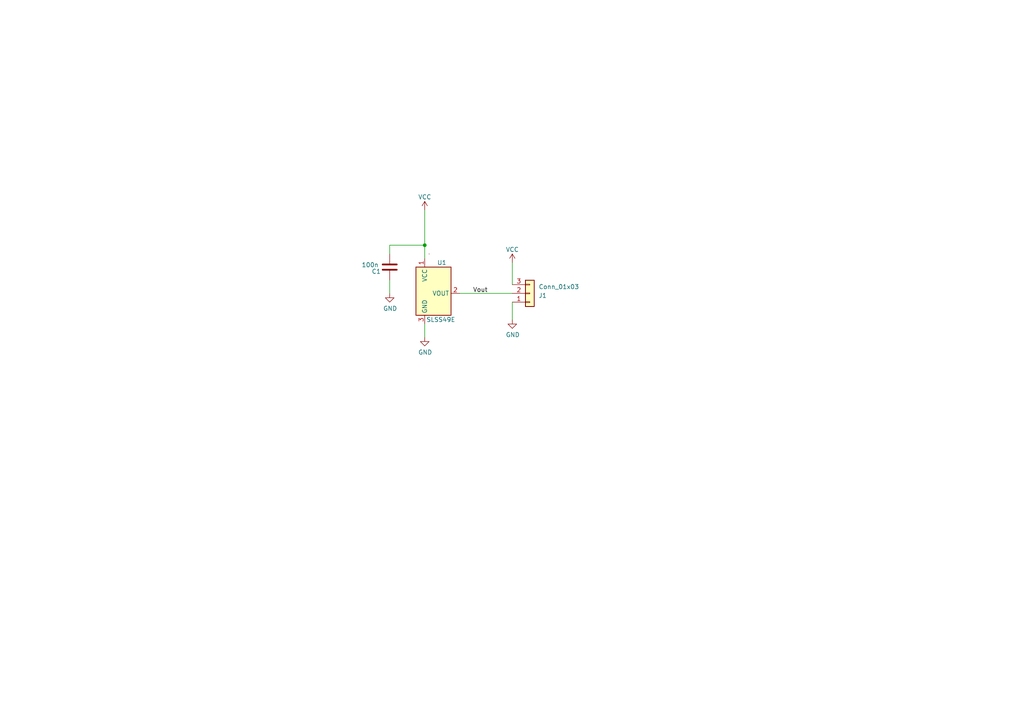
<source format=kicad_sch>
(kicad_sch (version 20230121) (generator eeschema)

  (uuid 1c4931b8-ce31-46e7-81b2-9cf79bd80c14)

  (paper "A4")

  (lib_symbols
    (symbol "Connector_Generic:Conn_01x03" (pin_names (offset 1.016) hide) (in_bom yes) (on_board yes)
      (property "Reference" "J" (at 0 5.08 0)
        (effects (font (size 1.27 1.27)))
      )
      (property "Value" "Conn_01x03" (at 0 -5.08 0)
        (effects (font (size 1.27 1.27)))
      )
      (property "Footprint" "" (at 0 0 0)
        (effects (font (size 1.27 1.27)) hide)
      )
      (property "Datasheet" "~" (at 0 0 0)
        (effects (font (size 1.27 1.27)) hide)
      )
      (property "ki_keywords" "connector" (at 0 0 0)
        (effects (font (size 1.27 1.27)) hide)
      )
      (property "ki_description" "Generic connector, single row, 01x03, script generated (kicad-library-utils/schlib/autogen/connector/)" (at 0 0 0)
        (effects (font (size 1.27 1.27)) hide)
      )
      (property "ki_fp_filters" "Connector*:*_1x??_*" (at 0 0 0)
        (effects (font (size 1.27 1.27)) hide)
      )
      (symbol "Conn_01x03_1_1"
        (rectangle (start -1.27 -2.413) (end 0 -2.667)
          (stroke (width 0.1524) (type default))
          (fill (type none))
        )
        (rectangle (start -1.27 0.127) (end 0 -0.127)
          (stroke (width 0.1524) (type default))
          (fill (type none))
        )
        (rectangle (start -1.27 2.667) (end 0 2.413)
          (stroke (width 0.1524) (type default))
          (fill (type none))
        )
        (rectangle (start -1.27 3.81) (end 1.27 -3.81)
          (stroke (width 0.254) (type default))
          (fill (type background))
        )
        (pin passive line (at -5.08 2.54 0) (length 3.81)
          (name "Pin_1" (effects (font (size 1.27 1.27))))
          (number "1" (effects (font (size 1.27 1.27))))
        )
        (pin passive line (at -5.08 0 0) (length 3.81)
          (name "Pin_2" (effects (font (size 1.27 1.27))))
          (number "2" (effects (font (size 1.27 1.27))))
        )
        (pin passive line (at -5.08 -2.54 0) (length 3.81)
          (name "Pin_3" (effects (font (size 1.27 1.27))))
          (number "3" (effects (font (size 1.27 1.27))))
        )
      )
    )
    (symbol "Device:C" (pin_numbers hide) (pin_names (offset 0.254)) (in_bom yes) (on_board yes)
      (property "Reference" "C" (at 0.635 2.54 0)
        (effects (font (size 1.27 1.27)) (justify left))
      )
      (property "Value" "C" (at 0.635 -2.54 0)
        (effects (font (size 1.27 1.27)) (justify left))
      )
      (property "Footprint" "" (at 0.9652 -3.81 0)
        (effects (font (size 1.27 1.27)) hide)
      )
      (property "Datasheet" "~" (at 0 0 0)
        (effects (font (size 1.27 1.27)) hide)
      )
      (property "ki_keywords" "cap capacitor" (at 0 0 0)
        (effects (font (size 1.27 1.27)) hide)
      )
      (property "ki_description" "Unpolarized capacitor" (at 0 0 0)
        (effects (font (size 1.27 1.27)) hide)
      )
      (property "ki_fp_filters" "C_*" (at 0 0 0)
        (effects (font (size 1.27 1.27)) hide)
      )
      (symbol "C_0_1"
        (polyline
          (pts
            (xy -2.032 -0.762)
            (xy 2.032 -0.762)
          )
          (stroke (width 0.508) (type default))
          (fill (type none))
        )
        (polyline
          (pts
            (xy -2.032 0.762)
            (xy 2.032 0.762)
          )
          (stroke (width 0.508) (type default))
          (fill (type none))
        )
      )
      (symbol "C_1_1"
        (pin passive line (at 0 3.81 270) (length 2.794)
          (name "~" (effects (font (size 1.27 1.27))))
          (number "1" (effects (font (size 1.27 1.27))))
        )
        (pin passive line (at 0 -3.81 90) (length 2.794)
          (name "~" (effects (font (size 1.27 1.27))))
          (number "2" (effects (font (size 1.27 1.27))))
        )
      )
    )
    (symbol "Sensor_Magnetic:SS39ET" (in_bom yes) (on_board yes)
      (property "Reference" "U" (at 0 8.89 0)
        (effects (font (size 1.27 1.27)))
      )
      (property "Value" "SS39ET" (at 2.54 6.35 0)
        (effects (font (size 1.27 1.27)))
      )
      (property "Footprint" "Package_TO_SOT_SMD:SOT-23" (at -1.27 10.16 0)
        (effects (font (size 1.27 1.27)) hide)
      )
      (property "Datasheet" "" (at -1.27 10.16 0)
        (effects (font (size 1.27 1.27)) hide)
      )
      (symbol "SS39ET_0_1"
        (rectangle (start -5.08 5.08) (end 5.08 -8.89)
          (stroke (width 0.254) (type default))
          (fill (type background))
        )
        (rectangle (start -1.27 8.89) (end -1.27 8.89)
          (stroke (width 0) (type default))
          (fill (type none))
        )
        (rectangle (start -1.27 8.89) (end -1.27 8.89)
          (stroke (width 0) (type default))
          (fill (type none))
        )
      )
      (symbol "SS39ET_1_1"
        (pin power_in line (at -2.54 7.62 270) (length 2.54)
          (name "VCC" (effects (font (size 1.27 1.27))))
          (number "1" (effects (font (size 1.27 1.27))))
        )
        (pin open_collector line (at 7.62 -2.54 180) (length 2.54)
          (name "VOUT" (effects (font (size 1.27 1.27))))
          (number "2" (effects (font (size 1.27 1.27))))
        )
        (pin power_in line (at -2.54 -11.43 90) (length 2.54)
          (name "GND" (effects (font (size 1.27 1.27))))
          (number "3" (effects (font (size 1.27 1.27))))
        )
      )
    )
    (symbol "power:GND" (power) (pin_names (offset 0)) (in_bom yes) (on_board yes)
      (property "Reference" "#PWR" (at 0 -6.35 0)
        (effects (font (size 1.27 1.27)) hide)
      )
      (property "Value" "GND" (at 0 -3.81 0)
        (effects (font (size 1.27 1.27)))
      )
      (property "Footprint" "" (at 0 0 0)
        (effects (font (size 1.27 1.27)) hide)
      )
      (property "Datasheet" "" (at 0 0 0)
        (effects (font (size 1.27 1.27)) hide)
      )
      (property "ki_keywords" "global power" (at 0 0 0)
        (effects (font (size 1.27 1.27)) hide)
      )
      (property "ki_description" "Power symbol creates a global label with name \"GND\" , ground" (at 0 0 0)
        (effects (font (size 1.27 1.27)) hide)
      )
      (symbol "GND_0_1"
        (polyline
          (pts
            (xy 0 0)
            (xy 0 -1.27)
            (xy 1.27 -1.27)
            (xy 0 -2.54)
            (xy -1.27 -1.27)
            (xy 0 -1.27)
          )
          (stroke (width 0) (type default))
          (fill (type none))
        )
      )
      (symbol "GND_1_1"
        (pin power_in line (at 0 0 270) (length 0) hide
          (name "GND" (effects (font (size 1.27 1.27))))
          (number "1" (effects (font (size 1.27 1.27))))
        )
      )
    )
    (symbol "power:VCC" (power) (pin_names (offset 0)) (in_bom yes) (on_board yes)
      (property "Reference" "#PWR" (at 0 -3.81 0)
        (effects (font (size 1.27 1.27)) hide)
      )
      (property "Value" "VCC" (at 0 3.81 0)
        (effects (font (size 1.27 1.27)))
      )
      (property "Footprint" "" (at 0 0 0)
        (effects (font (size 1.27 1.27)) hide)
      )
      (property "Datasheet" "" (at 0 0 0)
        (effects (font (size 1.27 1.27)) hide)
      )
      (property "ki_keywords" "global power" (at 0 0 0)
        (effects (font (size 1.27 1.27)) hide)
      )
      (property "ki_description" "Power symbol creates a global label with name \"VCC\"" (at 0 0 0)
        (effects (font (size 1.27 1.27)) hide)
      )
      (symbol "VCC_0_1"
        (polyline
          (pts
            (xy -0.762 1.27)
            (xy 0 2.54)
          )
          (stroke (width 0) (type default))
          (fill (type none))
        )
        (polyline
          (pts
            (xy 0 0)
            (xy 0 2.54)
          )
          (stroke (width 0) (type default))
          (fill (type none))
        )
        (polyline
          (pts
            (xy 0 2.54)
            (xy 0.762 1.27)
          )
          (stroke (width 0) (type default))
          (fill (type none))
        )
      )
      (symbol "VCC_1_1"
        (pin power_in line (at 0 0 90) (length 0) hide
          (name "VCC" (effects (font (size 1.27 1.27))))
          (number "1" (effects (font (size 1.27 1.27))))
        )
      )
    )
  )

  (junction (at 123.19 71.12) (diameter 0) (color 0 0 0 0)
    (uuid 077c9949-9671-443a-bd69-060e8af9c0ee)
  )

  (wire (pts (xy 123.19 60.96) (xy 123.19 71.12))
    (stroke (width 0) (type default))
    (uuid 16e7fad5-f70a-46a1-8c8b-455c184bcc5e)
  )
  (wire (pts (xy 133.35 85.09) (xy 148.59 85.09))
    (stroke (width 0) (type default))
    (uuid 2702da38-97a7-44f7-b8f9-1a3b7421ac48)
  )
  (wire (pts (xy 123.19 93.98) (xy 123.19 97.79))
    (stroke (width 0) (type default))
    (uuid 28382494-98c3-4c33-ae44-90d5ebea1b87)
  )
  (wire (pts (xy 123.19 71.12) (xy 123.19 74.93))
    (stroke (width 0) (type default))
    (uuid 52cdd8de-1058-4c37-a548-46a49f5c9614)
  )
  (wire (pts (xy 148.59 87.63) (xy 148.59 92.71))
    (stroke (width 0) (type default))
    (uuid 58fa33a6-6ff5-4e20-ac3d-f1b58f54493d)
  )
  (wire (pts (xy 113.03 71.12) (xy 113.03 73.66))
    (stroke (width 0) (type default))
    (uuid a27765e2-08a8-425c-bb40-3812374b2a37)
  )
  (wire (pts (xy 148.59 76.2) (xy 148.59 82.55))
    (stroke (width 0) (type default))
    (uuid bea0a031-d63d-4aef-b675-712aa7c045b4)
  )
  (wire (pts (xy 113.03 71.12) (xy 123.19 71.12))
    (stroke (width 0) (type default))
    (uuid e2b3bb30-7cd4-40e6-9ff1-6d86f370c8ba)
  )
  (wire (pts (xy 113.03 81.28) (xy 113.03 85.09))
    (stroke (width 0) (type default))
    (uuid fb081e1f-1361-47b7-b24b-31c68aa85f45)
  )

  (label "Vout" (at 137.16 85.09 0) (fields_autoplaced)
    (effects (font (size 1.27 1.27)) (justify left bottom))
    (uuid 516af431-2216-470a-a5fa-838f77db7f07)
  )

  (symbol (lib_id "power:GND") (at 113.03 85.09 0) (unit 1)
    (in_bom yes) (on_board yes) (dnp no)
    (uuid 30e1822d-8bb9-4bb5-9aa3-70321b657e7f)
    (property "Reference" "#PWR06" (at 113.03 91.44 0)
      (effects (font (size 1.27 1.27)) hide)
    )
    (property "Value" "GND" (at 113.157 89.4842 0)
      (effects (font (size 1.27 1.27)))
    )
    (property "Footprint" "" (at 113.03 85.09 0)
      (effects (font (size 1.27 1.27)) hide)
    )
    (property "Datasheet" "" (at 113.03 85.09 0)
      (effects (font (size 1.27 1.27)) hide)
    )
    (pin "1" (uuid 086ae09b-be51-4e8f-be94-5622868e4fb5))
    (instances
      (project "he-sensor-breakout"
        (path "/1c4931b8-ce31-46e7-81b2-9cf79bd80c14"
          (reference "#PWR06") (unit 1)
        )
      )
      (project "RP2040_minimal"
        (path "/26e500cb-9f3f-4e62-bb26-21a6be4a5bcc"
          (reference "#PWR039") (unit 1)
        )
      )
    )
  )

  (symbol (lib_id "power:VCC") (at 148.59 76.2 0) (unit 1)
    (in_bom yes) (on_board yes) (dnp no) (fields_autoplaced)
    (uuid 426f93f4-11b9-450c-b541-52ae689e637e)
    (property "Reference" "#PWR01" (at 148.59 80.01 0)
      (effects (font (size 1.27 1.27)) hide)
    )
    (property "Value" "VCC" (at 148.59 72.39 0)
      (effects (font (size 1.27 1.27)))
    )
    (property "Footprint" "" (at 148.59 76.2 0)
      (effects (font (size 1.27 1.27)) hide)
    )
    (property "Datasheet" "" (at 148.59 76.2 0)
      (effects (font (size 1.27 1.27)) hide)
    )
    (pin "1" (uuid 0bf9cb00-8e5c-4318-ae7f-29f414a61920))
    (instances
      (project "he-sensor-breakout"
        (path "/1c4931b8-ce31-46e7-81b2-9cf79bd80c14"
          (reference "#PWR01") (unit 1)
        )
      )
    )
  )

  (symbol (lib_id "power:GND") (at 148.59 92.71 0) (unit 1)
    (in_bom yes) (on_board yes) (dnp no)
    (uuid 56f700de-773e-4d5b-97c0-7519fc8b3060)
    (property "Reference" "#PWR02" (at 148.59 99.06 0)
      (effects (font (size 1.27 1.27)) hide)
    )
    (property "Value" "GND" (at 148.717 97.1042 0)
      (effects (font (size 1.27 1.27)))
    )
    (property "Footprint" "" (at 148.59 92.71 0)
      (effects (font (size 1.27 1.27)) hide)
    )
    (property "Datasheet" "" (at 148.59 92.71 0)
      (effects (font (size 1.27 1.27)) hide)
    )
    (pin "1" (uuid 8b561a2d-bd36-453c-85f6-e7e179b5ce16))
    (instances
      (project "he-sensor-breakout"
        (path "/1c4931b8-ce31-46e7-81b2-9cf79bd80c14"
          (reference "#PWR02") (unit 1)
        )
      )
      (project "RP2040_minimal"
        (path "/26e500cb-9f3f-4e62-bb26-21a6be4a5bcc"
          (reference "#PWR039") (unit 1)
        )
      )
    )
  )

  (symbol (lib_id "Device:C") (at 113.03 77.47 180) (unit 1)
    (in_bom yes) (on_board yes) (dnp no)
    (uuid 85c39f91-3d68-419b-bba1-32570cfbce98)
    (property "Reference" "C1" (at 110.49 78.74 0)
      (effects (font (size 1.27 1.27)) (justify left))
    )
    (property "Value" "100n" (at 109.855 76.835 0)
      (effects (font (size 1.27 1.27)) (justify left))
    )
    (property "Footprint" "Capacitor_SMD:C_0402_1005Metric" (at 112.0648 73.66 0)
      (effects (font (size 1.27 1.27)) hide)
    )
    (property "Datasheet" "~" (at 113.03 77.47 0)
      (effects (font (size 1.27 1.27)) hide)
    )
    (pin "1" (uuid 6c77c63e-7536-4d06-aec7-64da61d1cd2f))
    (pin "2" (uuid ace16a01-e38c-4bc8-93b0-8ae87bc72f12))
    (instances
      (project "he-sensor-breakout"
        (path "/1c4931b8-ce31-46e7-81b2-9cf79bd80c14"
          (reference "C1") (unit 1)
        )
      )
      (project "RP2040_minimal"
        (path "/26e500cb-9f3f-4e62-bb26-21a6be4a5bcc"
          (reference "C17") (unit 1)
        )
      )
    )
  )

  (symbol (lib_id "power:GND") (at 123.19 97.79 0) (unit 1)
    (in_bom yes) (on_board yes) (dnp no)
    (uuid 8d3a7b42-7105-4afa-aee5-89b50a939cbd)
    (property "Reference" "#PWR08" (at 123.19 104.14 0)
      (effects (font (size 1.27 1.27)) hide)
    )
    (property "Value" "GND" (at 123.317 102.1842 0)
      (effects (font (size 1.27 1.27)))
    )
    (property "Footprint" "" (at 123.19 97.79 0)
      (effects (font (size 1.27 1.27)) hide)
    )
    (property "Datasheet" "" (at 123.19 97.79 0)
      (effects (font (size 1.27 1.27)) hide)
    )
    (pin "1" (uuid c1d7e07e-7e0e-4c1b-b630-ee3318ab93ef))
    (instances
      (project "he-sensor-breakout"
        (path "/1c4931b8-ce31-46e7-81b2-9cf79bd80c14"
          (reference "#PWR08") (unit 1)
        )
      )
      (project "RP2040_minimal"
        (path "/26e500cb-9f3f-4e62-bb26-21a6be4a5bcc"
          (reference "#PWR044") (unit 1)
        )
      )
    )
  )

  (symbol (lib_id "Connector_Generic:Conn_01x03") (at 153.67 85.09 0) (mirror x) (unit 1)
    (in_bom yes) (on_board yes) (dnp no)
    (uuid 95e95df0-3402-4702-8649-2a0decb66bc7)
    (property "Reference" "J1" (at 156.21 85.725 0)
      (effects (font (size 1.27 1.27)) (justify left))
    )
    (property "Value" "Conn_01x03" (at 156.21 83.185 0)
      (effects (font (size 1.27 1.27)) (justify left))
    )
    (property "Footprint" "Connector_PinHeader_2.54mm:PinHeader_1x03_P2.54mm_Vertical" (at 153.67 85.09 0)
      (effects (font (size 1.27 1.27)) hide)
    )
    (property "Datasheet" "~" (at 153.67 85.09 0)
      (effects (font (size 1.27 1.27)) hide)
    )
    (pin "1" (uuid 3c7a4c99-c500-4559-8317-2978ba513801))
    (pin "2" (uuid 39180655-60b1-41fa-81e9-86230559785e))
    (pin "3" (uuid 05cec4f9-2b29-4c91-ba4e-aed6404e4a31))
    (instances
      (project "he-sensor-breakout"
        (path "/1c4931b8-ce31-46e7-81b2-9cf79bd80c14"
          (reference "J1") (unit 1)
        )
      )
    )
  )

  (symbol (lib_id "Sensor_Magnetic:SS39ET") (at 125.73 82.55 0) (unit 1)
    (in_bom yes) (on_board yes) (dnp no)
    (uuid b17b9e17-7bf8-4fbf-a034-5781ed9f3862)
    (property "Reference" "U1" (at 129.54 76.2 0)
      (effects (font (size 1.27 1.27)) (justify right))
    )
    (property "Value" "SLSS49E" (at 132.08 92.71 0)
      (effects (font (size 1.27 1.27)) (justify right))
    )
    (property "Footprint" "Package_TO_SOT_SMD:SOT-23-3" (at 124.46 72.39 0)
      (effects (font (size 1.27 1.27)) hide)
    )
    (property "Datasheet" "" (at 124.46 72.39 0)
      (effects (font (size 1.27 1.27)) hide)
    )
    (pin "1" (uuid 3a41ca2d-9c83-499e-89e7-a097090fff61))
    (pin "2" (uuid 12fe482e-ed42-4523-a5ba-81cb1e82e624))
    (pin "3" (uuid 4180a2d4-1aaf-4206-bc58-9f3a9571ee2d))
    (instances
      (project "he-sensor-breakout"
        (path "/1c4931b8-ce31-46e7-81b2-9cf79bd80c14"
          (reference "U1") (unit 1)
        )
      )
      (project "RP2040_minimal"
        (path "/26e500cb-9f3f-4e62-bb26-21a6be4a5bcc"
          (reference "S1") (unit 1)
        )
      )
      (project "first_keeb"
        (path "/e63e39d7-6ac0-4ffd-8aa3-1841a4541b55"
          (reference "S1") (unit 1)
        )
      )
    )
  )

  (symbol (lib_id "power:VCC") (at 123.19 60.96 0) (unit 1)
    (in_bom yes) (on_board yes) (dnp no) (fields_autoplaced)
    (uuid b63b7e0d-77c0-43d3-89ed-2834d230a360)
    (property "Reference" "#PWR07" (at 123.19 64.77 0)
      (effects (font (size 1.27 1.27)) hide)
    )
    (property "Value" "VCC" (at 123.19 57.15 0)
      (effects (font (size 1.27 1.27)))
    )
    (property "Footprint" "" (at 123.19 60.96 0)
      (effects (font (size 1.27 1.27)) hide)
    )
    (property "Datasheet" "" (at 123.19 60.96 0)
      (effects (font (size 1.27 1.27)) hide)
    )
    (pin "1" (uuid 174136f8-e53e-4a32-a395-c0ef80ca426c))
    (instances
      (project "he-sensor-breakout"
        (path "/1c4931b8-ce31-46e7-81b2-9cf79bd80c14"
          (reference "#PWR07") (unit 1)
        )
      )
    )
  )

  (sheet_instances
    (path "/" (page "1"))
  )
)

</source>
